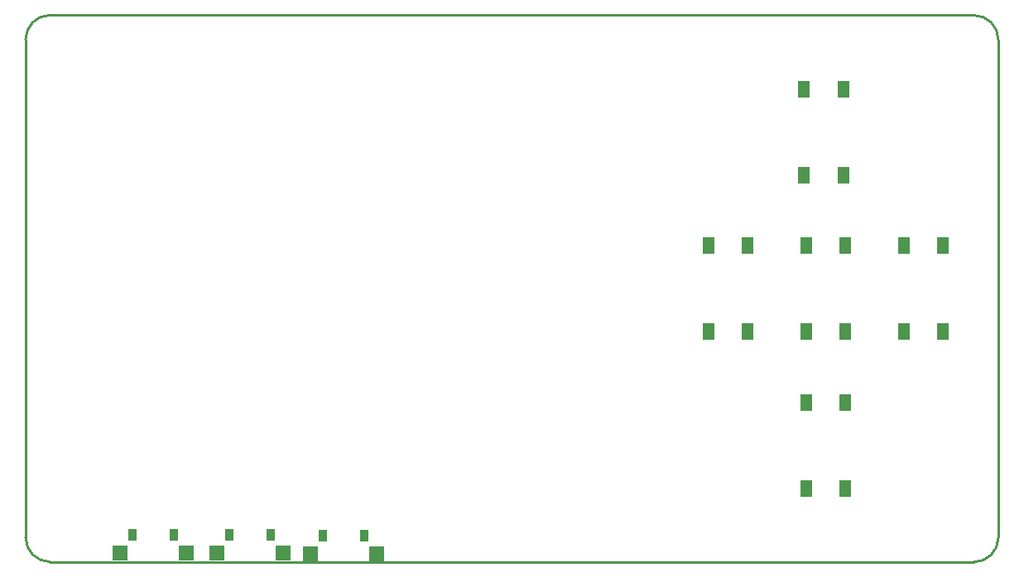
<source format=gbr>
%TF.GenerationSoftware,KiCad,Pcbnew,(6.0.4)*%
%TF.CreationDate,2023-03-22T18:48:28+03:00*%
%TF.ProjectId,mp3_test_board,6d70335f-7465-4737-945f-626f6172642e,rev?*%
%TF.SameCoordinates,Original*%
%TF.FileFunction,Paste,Top*%
%TF.FilePolarity,Positive*%
%FSLAX46Y46*%
G04 Gerber Fmt 4.6, Leading zero omitted, Abs format (unit mm)*
G04 Created by KiCad (PCBNEW (6.0.4)) date 2023-03-22 18:48:28*
%MOMM*%
%LPD*%
G01*
G04 APERTURE LIST*
%TA.AperFunction,Profile*%
%ADD10C,0.250000*%
%TD*%
%ADD11R,0.900000X1.200000*%
%ADD12R,1.500000X1.500000*%
%ADD13R,1.300000X1.800000*%
G04 APERTURE END LIST*
D10*
X173460000Y-99250000D02*
G75*
G03*
X175960000Y-96750000I-100J2500100D01*
G01*
X175960000Y-45750000D02*
G75*
G03*
X173460000Y-43250000I-2500000J0D01*
G01*
X78967767Y-43232167D02*
G75*
G03*
X76467767Y-45732233I33J-2500033D01*
G01*
X76467767Y-45732233D02*
X76467767Y-96732233D01*
X78967767Y-99232233D02*
X173467767Y-99232233D01*
X175960000Y-96750000D02*
X175960000Y-45750000D01*
X173467767Y-43232233D02*
X78967767Y-43232233D01*
X76467767Y-96732233D02*
G75*
G03*
X78967767Y-99232233I2500033J33D01*
G01*
D11*
%TO.C,SW7*%
X111100000Y-96552500D03*
X106900000Y-96552500D03*
D12*
X112400000Y-98392500D03*
X105600000Y-98392500D03*
%TD*%
D13*
%TO.C,SW1*%
X146300000Y-75600000D03*
X146300000Y-66800000D03*
X150300000Y-75600000D03*
X150300000Y-66800000D03*
%TD*%
D11*
%TO.C,SW6*%
X101500000Y-96480000D03*
X97300000Y-96480000D03*
D12*
X102800000Y-98320000D03*
X96000000Y-98320000D03*
%TD*%
D13*
%TO.C,SW3*%
X156300000Y-91700000D03*
X156300000Y-82900000D03*
X160300000Y-91700000D03*
X160300000Y-82900000D03*
%TD*%
%TO.C,SW2*%
X166300000Y-75600000D03*
X166300000Y-66800000D03*
X170300000Y-75600000D03*
X170300000Y-66800000D03*
%TD*%
D11*
%TO.C,SW8*%
X91600000Y-96480000D03*
X87400000Y-96480000D03*
D12*
X92900000Y-98320000D03*
X86100000Y-98320000D03*
%TD*%
D13*
%TO.C,SW4*%
X156100000Y-59600000D03*
X156100000Y-50800000D03*
X160100000Y-59600000D03*
X160100000Y-50800000D03*
%TD*%
%TO.C,SW5*%
X156300000Y-75600000D03*
X156300000Y-66800000D03*
X160300000Y-75600000D03*
X160300000Y-66800000D03*
%TD*%
M02*

</source>
